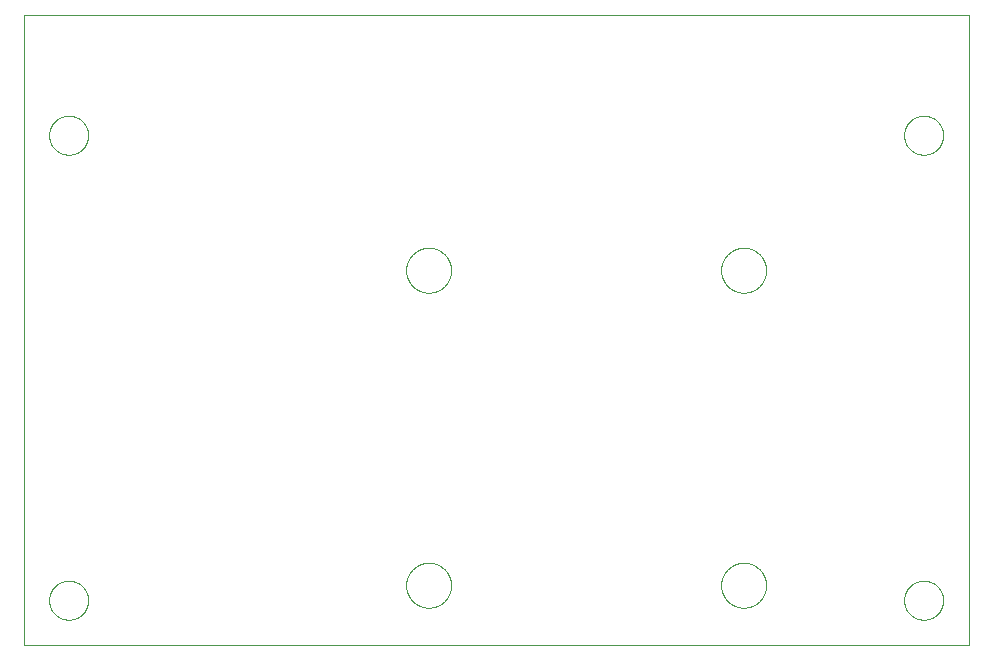
<source format=gbo>
G75*
%MOIN*%
%OFA0B0*%
%FSLAX25Y25*%
%IPPOS*%
%LPD*%
%AMOC8*
5,1,8,0,0,1.08239X$1,22.5*
%
%ADD10C,0.00000*%
D10*
X0003333Y0040000D02*
X0003333Y0250000D01*
X0318333Y0250000D01*
X0318333Y0040000D01*
X0003333Y0040000D01*
X0011833Y0055000D02*
X0011835Y0055161D01*
X0011841Y0055321D01*
X0011851Y0055482D01*
X0011865Y0055642D01*
X0011883Y0055802D01*
X0011904Y0055961D01*
X0011930Y0056120D01*
X0011960Y0056278D01*
X0011993Y0056435D01*
X0012031Y0056592D01*
X0012072Y0056747D01*
X0012117Y0056901D01*
X0012166Y0057054D01*
X0012219Y0057206D01*
X0012275Y0057357D01*
X0012336Y0057506D01*
X0012399Y0057654D01*
X0012467Y0057800D01*
X0012538Y0057944D01*
X0012612Y0058086D01*
X0012690Y0058227D01*
X0012772Y0058365D01*
X0012857Y0058502D01*
X0012945Y0058636D01*
X0013037Y0058768D01*
X0013132Y0058898D01*
X0013230Y0059026D01*
X0013331Y0059151D01*
X0013435Y0059273D01*
X0013542Y0059393D01*
X0013652Y0059510D01*
X0013765Y0059625D01*
X0013881Y0059736D01*
X0014000Y0059845D01*
X0014121Y0059950D01*
X0014245Y0060053D01*
X0014371Y0060153D01*
X0014499Y0060249D01*
X0014630Y0060342D01*
X0014764Y0060432D01*
X0014899Y0060519D01*
X0015037Y0060602D01*
X0015176Y0060682D01*
X0015318Y0060758D01*
X0015461Y0060831D01*
X0015606Y0060900D01*
X0015753Y0060966D01*
X0015901Y0061028D01*
X0016051Y0061086D01*
X0016202Y0061141D01*
X0016355Y0061192D01*
X0016509Y0061239D01*
X0016664Y0061282D01*
X0016820Y0061321D01*
X0016976Y0061357D01*
X0017134Y0061388D01*
X0017292Y0061416D01*
X0017451Y0061440D01*
X0017611Y0061460D01*
X0017771Y0061476D01*
X0017931Y0061488D01*
X0018092Y0061496D01*
X0018253Y0061500D01*
X0018413Y0061500D01*
X0018574Y0061496D01*
X0018735Y0061488D01*
X0018895Y0061476D01*
X0019055Y0061460D01*
X0019215Y0061440D01*
X0019374Y0061416D01*
X0019532Y0061388D01*
X0019690Y0061357D01*
X0019846Y0061321D01*
X0020002Y0061282D01*
X0020157Y0061239D01*
X0020311Y0061192D01*
X0020464Y0061141D01*
X0020615Y0061086D01*
X0020765Y0061028D01*
X0020913Y0060966D01*
X0021060Y0060900D01*
X0021205Y0060831D01*
X0021348Y0060758D01*
X0021490Y0060682D01*
X0021629Y0060602D01*
X0021767Y0060519D01*
X0021902Y0060432D01*
X0022036Y0060342D01*
X0022167Y0060249D01*
X0022295Y0060153D01*
X0022421Y0060053D01*
X0022545Y0059950D01*
X0022666Y0059845D01*
X0022785Y0059736D01*
X0022901Y0059625D01*
X0023014Y0059510D01*
X0023124Y0059393D01*
X0023231Y0059273D01*
X0023335Y0059151D01*
X0023436Y0059026D01*
X0023534Y0058898D01*
X0023629Y0058768D01*
X0023721Y0058636D01*
X0023809Y0058502D01*
X0023894Y0058365D01*
X0023976Y0058227D01*
X0024054Y0058086D01*
X0024128Y0057944D01*
X0024199Y0057800D01*
X0024267Y0057654D01*
X0024330Y0057506D01*
X0024391Y0057357D01*
X0024447Y0057206D01*
X0024500Y0057054D01*
X0024549Y0056901D01*
X0024594Y0056747D01*
X0024635Y0056592D01*
X0024673Y0056435D01*
X0024706Y0056278D01*
X0024736Y0056120D01*
X0024762Y0055961D01*
X0024783Y0055802D01*
X0024801Y0055642D01*
X0024815Y0055482D01*
X0024825Y0055321D01*
X0024831Y0055161D01*
X0024833Y0055000D01*
X0024831Y0054839D01*
X0024825Y0054679D01*
X0024815Y0054518D01*
X0024801Y0054358D01*
X0024783Y0054198D01*
X0024762Y0054039D01*
X0024736Y0053880D01*
X0024706Y0053722D01*
X0024673Y0053565D01*
X0024635Y0053408D01*
X0024594Y0053253D01*
X0024549Y0053099D01*
X0024500Y0052946D01*
X0024447Y0052794D01*
X0024391Y0052643D01*
X0024330Y0052494D01*
X0024267Y0052346D01*
X0024199Y0052200D01*
X0024128Y0052056D01*
X0024054Y0051914D01*
X0023976Y0051773D01*
X0023894Y0051635D01*
X0023809Y0051498D01*
X0023721Y0051364D01*
X0023629Y0051232D01*
X0023534Y0051102D01*
X0023436Y0050974D01*
X0023335Y0050849D01*
X0023231Y0050727D01*
X0023124Y0050607D01*
X0023014Y0050490D01*
X0022901Y0050375D01*
X0022785Y0050264D01*
X0022666Y0050155D01*
X0022545Y0050050D01*
X0022421Y0049947D01*
X0022295Y0049847D01*
X0022167Y0049751D01*
X0022036Y0049658D01*
X0021902Y0049568D01*
X0021767Y0049481D01*
X0021629Y0049398D01*
X0021490Y0049318D01*
X0021348Y0049242D01*
X0021205Y0049169D01*
X0021060Y0049100D01*
X0020913Y0049034D01*
X0020765Y0048972D01*
X0020615Y0048914D01*
X0020464Y0048859D01*
X0020311Y0048808D01*
X0020157Y0048761D01*
X0020002Y0048718D01*
X0019846Y0048679D01*
X0019690Y0048643D01*
X0019532Y0048612D01*
X0019374Y0048584D01*
X0019215Y0048560D01*
X0019055Y0048540D01*
X0018895Y0048524D01*
X0018735Y0048512D01*
X0018574Y0048504D01*
X0018413Y0048500D01*
X0018253Y0048500D01*
X0018092Y0048504D01*
X0017931Y0048512D01*
X0017771Y0048524D01*
X0017611Y0048540D01*
X0017451Y0048560D01*
X0017292Y0048584D01*
X0017134Y0048612D01*
X0016976Y0048643D01*
X0016820Y0048679D01*
X0016664Y0048718D01*
X0016509Y0048761D01*
X0016355Y0048808D01*
X0016202Y0048859D01*
X0016051Y0048914D01*
X0015901Y0048972D01*
X0015753Y0049034D01*
X0015606Y0049100D01*
X0015461Y0049169D01*
X0015318Y0049242D01*
X0015176Y0049318D01*
X0015037Y0049398D01*
X0014899Y0049481D01*
X0014764Y0049568D01*
X0014630Y0049658D01*
X0014499Y0049751D01*
X0014371Y0049847D01*
X0014245Y0049947D01*
X0014121Y0050050D01*
X0014000Y0050155D01*
X0013881Y0050264D01*
X0013765Y0050375D01*
X0013652Y0050490D01*
X0013542Y0050607D01*
X0013435Y0050727D01*
X0013331Y0050849D01*
X0013230Y0050974D01*
X0013132Y0051102D01*
X0013037Y0051232D01*
X0012945Y0051364D01*
X0012857Y0051498D01*
X0012772Y0051635D01*
X0012690Y0051773D01*
X0012612Y0051914D01*
X0012538Y0052056D01*
X0012467Y0052200D01*
X0012399Y0052346D01*
X0012336Y0052494D01*
X0012275Y0052643D01*
X0012219Y0052794D01*
X0012166Y0052946D01*
X0012117Y0053099D01*
X0012072Y0053253D01*
X0012031Y0053408D01*
X0011993Y0053565D01*
X0011960Y0053722D01*
X0011930Y0053880D01*
X0011904Y0054039D01*
X0011883Y0054198D01*
X0011865Y0054358D01*
X0011851Y0054518D01*
X0011841Y0054679D01*
X0011835Y0054839D01*
X0011833Y0055000D01*
X0130833Y0060000D02*
X0130835Y0060184D01*
X0130842Y0060368D01*
X0130853Y0060552D01*
X0130869Y0060735D01*
X0130889Y0060918D01*
X0130914Y0061100D01*
X0130943Y0061282D01*
X0130977Y0061463D01*
X0131015Y0061643D01*
X0131058Y0061822D01*
X0131105Y0062000D01*
X0131156Y0062177D01*
X0131212Y0062353D01*
X0131271Y0062527D01*
X0131336Y0062699D01*
X0131404Y0062870D01*
X0131476Y0063039D01*
X0131553Y0063207D01*
X0131634Y0063372D01*
X0131719Y0063535D01*
X0131807Y0063697D01*
X0131900Y0063856D01*
X0131997Y0064012D01*
X0132097Y0064167D01*
X0132201Y0064319D01*
X0132309Y0064468D01*
X0132420Y0064614D01*
X0132535Y0064758D01*
X0132654Y0064899D01*
X0132776Y0065037D01*
X0132901Y0065172D01*
X0133030Y0065303D01*
X0133161Y0065432D01*
X0133296Y0065557D01*
X0133434Y0065679D01*
X0133575Y0065798D01*
X0133719Y0065913D01*
X0133865Y0066024D01*
X0134014Y0066132D01*
X0134166Y0066236D01*
X0134321Y0066336D01*
X0134477Y0066433D01*
X0134636Y0066526D01*
X0134798Y0066614D01*
X0134961Y0066699D01*
X0135126Y0066780D01*
X0135294Y0066857D01*
X0135463Y0066929D01*
X0135634Y0066997D01*
X0135806Y0067062D01*
X0135980Y0067121D01*
X0136156Y0067177D01*
X0136333Y0067228D01*
X0136511Y0067275D01*
X0136690Y0067318D01*
X0136870Y0067356D01*
X0137051Y0067390D01*
X0137233Y0067419D01*
X0137415Y0067444D01*
X0137598Y0067464D01*
X0137781Y0067480D01*
X0137965Y0067491D01*
X0138149Y0067498D01*
X0138333Y0067500D01*
X0138517Y0067498D01*
X0138701Y0067491D01*
X0138885Y0067480D01*
X0139068Y0067464D01*
X0139251Y0067444D01*
X0139433Y0067419D01*
X0139615Y0067390D01*
X0139796Y0067356D01*
X0139976Y0067318D01*
X0140155Y0067275D01*
X0140333Y0067228D01*
X0140510Y0067177D01*
X0140686Y0067121D01*
X0140860Y0067062D01*
X0141032Y0066997D01*
X0141203Y0066929D01*
X0141372Y0066857D01*
X0141540Y0066780D01*
X0141705Y0066699D01*
X0141868Y0066614D01*
X0142030Y0066526D01*
X0142189Y0066433D01*
X0142345Y0066336D01*
X0142500Y0066236D01*
X0142652Y0066132D01*
X0142801Y0066024D01*
X0142947Y0065913D01*
X0143091Y0065798D01*
X0143232Y0065679D01*
X0143370Y0065557D01*
X0143505Y0065432D01*
X0143636Y0065303D01*
X0143765Y0065172D01*
X0143890Y0065037D01*
X0144012Y0064899D01*
X0144131Y0064758D01*
X0144246Y0064614D01*
X0144357Y0064468D01*
X0144465Y0064319D01*
X0144569Y0064167D01*
X0144669Y0064012D01*
X0144766Y0063856D01*
X0144859Y0063697D01*
X0144947Y0063535D01*
X0145032Y0063372D01*
X0145113Y0063207D01*
X0145190Y0063039D01*
X0145262Y0062870D01*
X0145330Y0062699D01*
X0145395Y0062527D01*
X0145454Y0062353D01*
X0145510Y0062177D01*
X0145561Y0062000D01*
X0145608Y0061822D01*
X0145651Y0061643D01*
X0145689Y0061463D01*
X0145723Y0061282D01*
X0145752Y0061100D01*
X0145777Y0060918D01*
X0145797Y0060735D01*
X0145813Y0060552D01*
X0145824Y0060368D01*
X0145831Y0060184D01*
X0145833Y0060000D01*
X0145831Y0059816D01*
X0145824Y0059632D01*
X0145813Y0059448D01*
X0145797Y0059265D01*
X0145777Y0059082D01*
X0145752Y0058900D01*
X0145723Y0058718D01*
X0145689Y0058537D01*
X0145651Y0058357D01*
X0145608Y0058178D01*
X0145561Y0058000D01*
X0145510Y0057823D01*
X0145454Y0057647D01*
X0145395Y0057473D01*
X0145330Y0057301D01*
X0145262Y0057130D01*
X0145190Y0056961D01*
X0145113Y0056793D01*
X0145032Y0056628D01*
X0144947Y0056465D01*
X0144859Y0056303D01*
X0144766Y0056144D01*
X0144669Y0055988D01*
X0144569Y0055833D01*
X0144465Y0055681D01*
X0144357Y0055532D01*
X0144246Y0055386D01*
X0144131Y0055242D01*
X0144012Y0055101D01*
X0143890Y0054963D01*
X0143765Y0054828D01*
X0143636Y0054697D01*
X0143505Y0054568D01*
X0143370Y0054443D01*
X0143232Y0054321D01*
X0143091Y0054202D01*
X0142947Y0054087D01*
X0142801Y0053976D01*
X0142652Y0053868D01*
X0142500Y0053764D01*
X0142345Y0053664D01*
X0142189Y0053567D01*
X0142030Y0053474D01*
X0141868Y0053386D01*
X0141705Y0053301D01*
X0141540Y0053220D01*
X0141372Y0053143D01*
X0141203Y0053071D01*
X0141032Y0053003D01*
X0140860Y0052938D01*
X0140686Y0052879D01*
X0140510Y0052823D01*
X0140333Y0052772D01*
X0140155Y0052725D01*
X0139976Y0052682D01*
X0139796Y0052644D01*
X0139615Y0052610D01*
X0139433Y0052581D01*
X0139251Y0052556D01*
X0139068Y0052536D01*
X0138885Y0052520D01*
X0138701Y0052509D01*
X0138517Y0052502D01*
X0138333Y0052500D01*
X0138149Y0052502D01*
X0137965Y0052509D01*
X0137781Y0052520D01*
X0137598Y0052536D01*
X0137415Y0052556D01*
X0137233Y0052581D01*
X0137051Y0052610D01*
X0136870Y0052644D01*
X0136690Y0052682D01*
X0136511Y0052725D01*
X0136333Y0052772D01*
X0136156Y0052823D01*
X0135980Y0052879D01*
X0135806Y0052938D01*
X0135634Y0053003D01*
X0135463Y0053071D01*
X0135294Y0053143D01*
X0135126Y0053220D01*
X0134961Y0053301D01*
X0134798Y0053386D01*
X0134636Y0053474D01*
X0134477Y0053567D01*
X0134321Y0053664D01*
X0134166Y0053764D01*
X0134014Y0053868D01*
X0133865Y0053976D01*
X0133719Y0054087D01*
X0133575Y0054202D01*
X0133434Y0054321D01*
X0133296Y0054443D01*
X0133161Y0054568D01*
X0133030Y0054697D01*
X0132901Y0054828D01*
X0132776Y0054963D01*
X0132654Y0055101D01*
X0132535Y0055242D01*
X0132420Y0055386D01*
X0132309Y0055532D01*
X0132201Y0055681D01*
X0132097Y0055833D01*
X0131997Y0055988D01*
X0131900Y0056144D01*
X0131807Y0056303D01*
X0131719Y0056465D01*
X0131634Y0056628D01*
X0131553Y0056793D01*
X0131476Y0056961D01*
X0131404Y0057130D01*
X0131336Y0057301D01*
X0131271Y0057473D01*
X0131212Y0057647D01*
X0131156Y0057823D01*
X0131105Y0058000D01*
X0131058Y0058178D01*
X0131015Y0058357D01*
X0130977Y0058537D01*
X0130943Y0058718D01*
X0130914Y0058900D01*
X0130889Y0059082D01*
X0130869Y0059265D01*
X0130853Y0059448D01*
X0130842Y0059632D01*
X0130835Y0059816D01*
X0130833Y0060000D01*
X0235833Y0060000D02*
X0235835Y0060184D01*
X0235842Y0060368D01*
X0235853Y0060552D01*
X0235869Y0060735D01*
X0235889Y0060918D01*
X0235914Y0061100D01*
X0235943Y0061282D01*
X0235977Y0061463D01*
X0236015Y0061643D01*
X0236058Y0061822D01*
X0236105Y0062000D01*
X0236156Y0062177D01*
X0236212Y0062353D01*
X0236271Y0062527D01*
X0236336Y0062699D01*
X0236404Y0062870D01*
X0236476Y0063039D01*
X0236553Y0063207D01*
X0236634Y0063372D01*
X0236719Y0063535D01*
X0236807Y0063697D01*
X0236900Y0063856D01*
X0236997Y0064012D01*
X0237097Y0064167D01*
X0237201Y0064319D01*
X0237309Y0064468D01*
X0237420Y0064614D01*
X0237535Y0064758D01*
X0237654Y0064899D01*
X0237776Y0065037D01*
X0237901Y0065172D01*
X0238030Y0065303D01*
X0238161Y0065432D01*
X0238296Y0065557D01*
X0238434Y0065679D01*
X0238575Y0065798D01*
X0238719Y0065913D01*
X0238865Y0066024D01*
X0239014Y0066132D01*
X0239166Y0066236D01*
X0239321Y0066336D01*
X0239477Y0066433D01*
X0239636Y0066526D01*
X0239798Y0066614D01*
X0239961Y0066699D01*
X0240126Y0066780D01*
X0240294Y0066857D01*
X0240463Y0066929D01*
X0240634Y0066997D01*
X0240806Y0067062D01*
X0240980Y0067121D01*
X0241156Y0067177D01*
X0241333Y0067228D01*
X0241511Y0067275D01*
X0241690Y0067318D01*
X0241870Y0067356D01*
X0242051Y0067390D01*
X0242233Y0067419D01*
X0242415Y0067444D01*
X0242598Y0067464D01*
X0242781Y0067480D01*
X0242965Y0067491D01*
X0243149Y0067498D01*
X0243333Y0067500D01*
X0243517Y0067498D01*
X0243701Y0067491D01*
X0243885Y0067480D01*
X0244068Y0067464D01*
X0244251Y0067444D01*
X0244433Y0067419D01*
X0244615Y0067390D01*
X0244796Y0067356D01*
X0244976Y0067318D01*
X0245155Y0067275D01*
X0245333Y0067228D01*
X0245510Y0067177D01*
X0245686Y0067121D01*
X0245860Y0067062D01*
X0246032Y0066997D01*
X0246203Y0066929D01*
X0246372Y0066857D01*
X0246540Y0066780D01*
X0246705Y0066699D01*
X0246868Y0066614D01*
X0247030Y0066526D01*
X0247189Y0066433D01*
X0247345Y0066336D01*
X0247500Y0066236D01*
X0247652Y0066132D01*
X0247801Y0066024D01*
X0247947Y0065913D01*
X0248091Y0065798D01*
X0248232Y0065679D01*
X0248370Y0065557D01*
X0248505Y0065432D01*
X0248636Y0065303D01*
X0248765Y0065172D01*
X0248890Y0065037D01*
X0249012Y0064899D01*
X0249131Y0064758D01*
X0249246Y0064614D01*
X0249357Y0064468D01*
X0249465Y0064319D01*
X0249569Y0064167D01*
X0249669Y0064012D01*
X0249766Y0063856D01*
X0249859Y0063697D01*
X0249947Y0063535D01*
X0250032Y0063372D01*
X0250113Y0063207D01*
X0250190Y0063039D01*
X0250262Y0062870D01*
X0250330Y0062699D01*
X0250395Y0062527D01*
X0250454Y0062353D01*
X0250510Y0062177D01*
X0250561Y0062000D01*
X0250608Y0061822D01*
X0250651Y0061643D01*
X0250689Y0061463D01*
X0250723Y0061282D01*
X0250752Y0061100D01*
X0250777Y0060918D01*
X0250797Y0060735D01*
X0250813Y0060552D01*
X0250824Y0060368D01*
X0250831Y0060184D01*
X0250833Y0060000D01*
X0250831Y0059816D01*
X0250824Y0059632D01*
X0250813Y0059448D01*
X0250797Y0059265D01*
X0250777Y0059082D01*
X0250752Y0058900D01*
X0250723Y0058718D01*
X0250689Y0058537D01*
X0250651Y0058357D01*
X0250608Y0058178D01*
X0250561Y0058000D01*
X0250510Y0057823D01*
X0250454Y0057647D01*
X0250395Y0057473D01*
X0250330Y0057301D01*
X0250262Y0057130D01*
X0250190Y0056961D01*
X0250113Y0056793D01*
X0250032Y0056628D01*
X0249947Y0056465D01*
X0249859Y0056303D01*
X0249766Y0056144D01*
X0249669Y0055988D01*
X0249569Y0055833D01*
X0249465Y0055681D01*
X0249357Y0055532D01*
X0249246Y0055386D01*
X0249131Y0055242D01*
X0249012Y0055101D01*
X0248890Y0054963D01*
X0248765Y0054828D01*
X0248636Y0054697D01*
X0248505Y0054568D01*
X0248370Y0054443D01*
X0248232Y0054321D01*
X0248091Y0054202D01*
X0247947Y0054087D01*
X0247801Y0053976D01*
X0247652Y0053868D01*
X0247500Y0053764D01*
X0247345Y0053664D01*
X0247189Y0053567D01*
X0247030Y0053474D01*
X0246868Y0053386D01*
X0246705Y0053301D01*
X0246540Y0053220D01*
X0246372Y0053143D01*
X0246203Y0053071D01*
X0246032Y0053003D01*
X0245860Y0052938D01*
X0245686Y0052879D01*
X0245510Y0052823D01*
X0245333Y0052772D01*
X0245155Y0052725D01*
X0244976Y0052682D01*
X0244796Y0052644D01*
X0244615Y0052610D01*
X0244433Y0052581D01*
X0244251Y0052556D01*
X0244068Y0052536D01*
X0243885Y0052520D01*
X0243701Y0052509D01*
X0243517Y0052502D01*
X0243333Y0052500D01*
X0243149Y0052502D01*
X0242965Y0052509D01*
X0242781Y0052520D01*
X0242598Y0052536D01*
X0242415Y0052556D01*
X0242233Y0052581D01*
X0242051Y0052610D01*
X0241870Y0052644D01*
X0241690Y0052682D01*
X0241511Y0052725D01*
X0241333Y0052772D01*
X0241156Y0052823D01*
X0240980Y0052879D01*
X0240806Y0052938D01*
X0240634Y0053003D01*
X0240463Y0053071D01*
X0240294Y0053143D01*
X0240126Y0053220D01*
X0239961Y0053301D01*
X0239798Y0053386D01*
X0239636Y0053474D01*
X0239477Y0053567D01*
X0239321Y0053664D01*
X0239166Y0053764D01*
X0239014Y0053868D01*
X0238865Y0053976D01*
X0238719Y0054087D01*
X0238575Y0054202D01*
X0238434Y0054321D01*
X0238296Y0054443D01*
X0238161Y0054568D01*
X0238030Y0054697D01*
X0237901Y0054828D01*
X0237776Y0054963D01*
X0237654Y0055101D01*
X0237535Y0055242D01*
X0237420Y0055386D01*
X0237309Y0055532D01*
X0237201Y0055681D01*
X0237097Y0055833D01*
X0236997Y0055988D01*
X0236900Y0056144D01*
X0236807Y0056303D01*
X0236719Y0056465D01*
X0236634Y0056628D01*
X0236553Y0056793D01*
X0236476Y0056961D01*
X0236404Y0057130D01*
X0236336Y0057301D01*
X0236271Y0057473D01*
X0236212Y0057647D01*
X0236156Y0057823D01*
X0236105Y0058000D01*
X0236058Y0058178D01*
X0236015Y0058357D01*
X0235977Y0058537D01*
X0235943Y0058718D01*
X0235914Y0058900D01*
X0235889Y0059082D01*
X0235869Y0059265D01*
X0235853Y0059448D01*
X0235842Y0059632D01*
X0235835Y0059816D01*
X0235833Y0060000D01*
X0296833Y0055000D02*
X0296835Y0055161D01*
X0296841Y0055321D01*
X0296851Y0055482D01*
X0296865Y0055642D01*
X0296883Y0055802D01*
X0296904Y0055961D01*
X0296930Y0056120D01*
X0296960Y0056278D01*
X0296993Y0056435D01*
X0297031Y0056592D01*
X0297072Y0056747D01*
X0297117Y0056901D01*
X0297166Y0057054D01*
X0297219Y0057206D01*
X0297275Y0057357D01*
X0297336Y0057506D01*
X0297399Y0057654D01*
X0297467Y0057800D01*
X0297538Y0057944D01*
X0297612Y0058086D01*
X0297690Y0058227D01*
X0297772Y0058365D01*
X0297857Y0058502D01*
X0297945Y0058636D01*
X0298037Y0058768D01*
X0298132Y0058898D01*
X0298230Y0059026D01*
X0298331Y0059151D01*
X0298435Y0059273D01*
X0298542Y0059393D01*
X0298652Y0059510D01*
X0298765Y0059625D01*
X0298881Y0059736D01*
X0299000Y0059845D01*
X0299121Y0059950D01*
X0299245Y0060053D01*
X0299371Y0060153D01*
X0299499Y0060249D01*
X0299630Y0060342D01*
X0299764Y0060432D01*
X0299899Y0060519D01*
X0300037Y0060602D01*
X0300176Y0060682D01*
X0300318Y0060758D01*
X0300461Y0060831D01*
X0300606Y0060900D01*
X0300753Y0060966D01*
X0300901Y0061028D01*
X0301051Y0061086D01*
X0301202Y0061141D01*
X0301355Y0061192D01*
X0301509Y0061239D01*
X0301664Y0061282D01*
X0301820Y0061321D01*
X0301976Y0061357D01*
X0302134Y0061388D01*
X0302292Y0061416D01*
X0302451Y0061440D01*
X0302611Y0061460D01*
X0302771Y0061476D01*
X0302931Y0061488D01*
X0303092Y0061496D01*
X0303253Y0061500D01*
X0303413Y0061500D01*
X0303574Y0061496D01*
X0303735Y0061488D01*
X0303895Y0061476D01*
X0304055Y0061460D01*
X0304215Y0061440D01*
X0304374Y0061416D01*
X0304532Y0061388D01*
X0304690Y0061357D01*
X0304846Y0061321D01*
X0305002Y0061282D01*
X0305157Y0061239D01*
X0305311Y0061192D01*
X0305464Y0061141D01*
X0305615Y0061086D01*
X0305765Y0061028D01*
X0305913Y0060966D01*
X0306060Y0060900D01*
X0306205Y0060831D01*
X0306348Y0060758D01*
X0306490Y0060682D01*
X0306629Y0060602D01*
X0306767Y0060519D01*
X0306902Y0060432D01*
X0307036Y0060342D01*
X0307167Y0060249D01*
X0307295Y0060153D01*
X0307421Y0060053D01*
X0307545Y0059950D01*
X0307666Y0059845D01*
X0307785Y0059736D01*
X0307901Y0059625D01*
X0308014Y0059510D01*
X0308124Y0059393D01*
X0308231Y0059273D01*
X0308335Y0059151D01*
X0308436Y0059026D01*
X0308534Y0058898D01*
X0308629Y0058768D01*
X0308721Y0058636D01*
X0308809Y0058502D01*
X0308894Y0058365D01*
X0308976Y0058227D01*
X0309054Y0058086D01*
X0309128Y0057944D01*
X0309199Y0057800D01*
X0309267Y0057654D01*
X0309330Y0057506D01*
X0309391Y0057357D01*
X0309447Y0057206D01*
X0309500Y0057054D01*
X0309549Y0056901D01*
X0309594Y0056747D01*
X0309635Y0056592D01*
X0309673Y0056435D01*
X0309706Y0056278D01*
X0309736Y0056120D01*
X0309762Y0055961D01*
X0309783Y0055802D01*
X0309801Y0055642D01*
X0309815Y0055482D01*
X0309825Y0055321D01*
X0309831Y0055161D01*
X0309833Y0055000D01*
X0309831Y0054839D01*
X0309825Y0054679D01*
X0309815Y0054518D01*
X0309801Y0054358D01*
X0309783Y0054198D01*
X0309762Y0054039D01*
X0309736Y0053880D01*
X0309706Y0053722D01*
X0309673Y0053565D01*
X0309635Y0053408D01*
X0309594Y0053253D01*
X0309549Y0053099D01*
X0309500Y0052946D01*
X0309447Y0052794D01*
X0309391Y0052643D01*
X0309330Y0052494D01*
X0309267Y0052346D01*
X0309199Y0052200D01*
X0309128Y0052056D01*
X0309054Y0051914D01*
X0308976Y0051773D01*
X0308894Y0051635D01*
X0308809Y0051498D01*
X0308721Y0051364D01*
X0308629Y0051232D01*
X0308534Y0051102D01*
X0308436Y0050974D01*
X0308335Y0050849D01*
X0308231Y0050727D01*
X0308124Y0050607D01*
X0308014Y0050490D01*
X0307901Y0050375D01*
X0307785Y0050264D01*
X0307666Y0050155D01*
X0307545Y0050050D01*
X0307421Y0049947D01*
X0307295Y0049847D01*
X0307167Y0049751D01*
X0307036Y0049658D01*
X0306902Y0049568D01*
X0306767Y0049481D01*
X0306629Y0049398D01*
X0306490Y0049318D01*
X0306348Y0049242D01*
X0306205Y0049169D01*
X0306060Y0049100D01*
X0305913Y0049034D01*
X0305765Y0048972D01*
X0305615Y0048914D01*
X0305464Y0048859D01*
X0305311Y0048808D01*
X0305157Y0048761D01*
X0305002Y0048718D01*
X0304846Y0048679D01*
X0304690Y0048643D01*
X0304532Y0048612D01*
X0304374Y0048584D01*
X0304215Y0048560D01*
X0304055Y0048540D01*
X0303895Y0048524D01*
X0303735Y0048512D01*
X0303574Y0048504D01*
X0303413Y0048500D01*
X0303253Y0048500D01*
X0303092Y0048504D01*
X0302931Y0048512D01*
X0302771Y0048524D01*
X0302611Y0048540D01*
X0302451Y0048560D01*
X0302292Y0048584D01*
X0302134Y0048612D01*
X0301976Y0048643D01*
X0301820Y0048679D01*
X0301664Y0048718D01*
X0301509Y0048761D01*
X0301355Y0048808D01*
X0301202Y0048859D01*
X0301051Y0048914D01*
X0300901Y0048972D01*
X0300753Y0049034D01*
X0300606Y0049100D01*
X0300461Y0049169D01*
X0300318Y0049242D01*
X0300176Y0049318D01*
X0300037Y0049398D01*
X0299899Y0049481D01*
X0299764Y0049568D01*
X0299630Y0049658D01*
X0299499Y0049751D01*
X0299371Y0049847D01*
X0299245Y0049947D01*
X0299121Y0050050D01*
X0299000Y0050155D01*
X0298881Y0050264D01*
X0298765Y0050375D01*
X0298652Y0050490D01*
X0298542Y0050607D01*
X0298435Y0050727D01*
X0298331Y0050849D01*
X0298230Y0050974D01*
X0298132Y0051102D01*
X0298037Y0051232D01*
X0297945Y0051364D01*
X0297857Y0051498D01*
X0297772Y0051635D01*
X0297690Y0051773D01*
X0297612Y0051914D01*
X0297538Y0052056D01*
X0297467Y0052200D01*
X0297399Y0052346D01*
X0297336Y0052494D01*
X0297275Y0052643D01*
X0297219Y0052794D01*
X0297166Y0052946D01*
X0297117Y0053099D01*
X0297072Y0053253D01*
X0297031Y0053408D01*
X0296993Y0053565D01*
X0296960Y0053722D01*
X0296930Y0053880D01*
X0296904Y0054039D01*
X0296883Y0054198D01*
X0296865Y0054358D01*
X0296851Y0054518D01*
X0296841Y0054679D01*
X0296835Y0054839D01*
X0296833Y0055000D01*
X0235833Y0165000D02*
X0235835Y0165184D01*
X0235842Y0165368D01*
X0235853Y0165552D01*
X0235869Y0165735D01*
X0235889Y0165918D01*
X0235914Y0166100D01*
X0235943Y0166282D01*
X0235977Y0166463D01*
X0236015Y0166643D01*
X0236058Y0166822D01*
X0236105Y0167000D01*
X0236156Y0167177D01*
X0236212Y0167353D01*
X0236271Y0167527D01*
X0236336Y0167699D01*
X0236404Y0167870D01*
X0236476Y0168039D01*
X0236553Y0168207D01*
X0236634Y0168372D01*
X0236719Y0168535D01*
X0236807Y0168697D01*
X0236900Y0168856D01*
X0236997Y0169012D01*
X0237097Y0169167D01*
X0237201Y0169319D01*
X0237309Y0169468D01*
X0237420Y0169614D01*
X0237535Y0169758D01*
X0237654Y0169899D01*
X0237776Y0170037D01*
X0237901Y0170172D01*
X0238030Y0170303D01*
X0238161Y0170432D01*
X0238296Y0170557D01*
X0238434Y0170679D01*
X0238575Y0170798D01*
X0238719Y0170913D01*
X0238865Y0171024D01*
X0239014Y0171132D01*
X0239166Y0171236D01*
X0239321Y0171336D01*
X0239477Y0171433D01*
X0239636Y0171526D01*
X0239798Y0171614D01*
X0239961Y0171699D01*
X0240126Y0171780D01*
X0240294Y0171857D01*
X0240463Y0171929D01*
X0240634Y0171997D01*
X0240806Y0172062D01*
X0240980Y0172121D01*
X0241156Y0172177D01*
X0241333Y0172228D01*
X0241511Y0172275D01*
X0241690Y0172318D01*
X0241870Y0172356D01*
X0242051Y0172390D01*
X0242233Y0172419D01*
X0242415Y0172444D01*
X0242598Y0172464D01*
X0242781Y0172480D01*
X0242965Y0172491D01*
X0243149Y0172498D01*
X0243333Y0172500D01*
X0243517Y0172498D01*
X0243701Y0172491D01*
X0243885Y0172480D01*
X0244068Y0172464D01*
X0244251Y0172444D01*
X0244433Y0172419D01*
X0244615Y0172390D01*
X0244796Y0172356D01*
X0244976Y0172318D01*
X0245155Y0172275D01*
X0245333Y0172228D01*
X0245510Y0172177D01*
X0245686Y0172121D01*
X0245860Y0172062D01*
X0246032Y0171997D01*
X0246203Y0171929D01*
X0246372Y0171857D01*
X0246540Y0171780D01*
X0246705Y0171699D01*
X0246868Y0171614D01*
X0247030Y0171526D01*
X0247189Y0171433D01*
X0247345Y0171336D01*
X0247500Y0171236D01*
X0247652Y0171132D01*
X0247801Y0171024D01*
X0247947Y0170913D01*
X0248091Y0170798D01*
X0248232Y0170679D01*
X0248370Y0170557D01*
X0248505Y0170432D01*
X0248636Y0170303D01*
X0248765Y0170172D01*
X0248890Y0170037D01*
X0249012Y0169899D01*
X0249131Y0169758D01*
X0249246Y0169614D01*
X0249357Y0169468D01*
X0249465Y0169319D01*
X0249569Y0169167D01*
X0249669Y0169012D01*
X0249766Y0168856D01*
X0249859Y0168697D01*
X0249947Y0168535D01*
X0250032Y0168372D01*
X0250113Y0168207D01*
X0250190Y0168039D01*
X0250262Y0167870D01*
X0250330Y0167699D01*
X0250395Y0167527D01*
X0250454Y0167353D01*
X0250510Y0167177D01*
X0250561Y0167000D01*
X0250608Y0166822D01*
X0250651Y0166643D01*
X0250689Y0166463D01*
X0250723Y0166282D01*
X0250752Y0166100D01*
X0250777Y0165918D01*
X0250797Y0165735D01*
X0250813Y0165552D01*
X0250824Y0165368D01*
X0250831Y0165184D01*
X0250833Y0165000D01*
X0250831Y0164816D01*
X0250824Y0164632D01*
X0250813Y0164448D01*
X0250797Y0164265D01*
X0250777Y0164082D01*
X0250752Y0163900D01*
X0250723Y0163718D01*
X0250689Y0163537D01*
X0250651Y0163357D01*
X0250608Y0163178D01*
X0250561Y0163000D01*
X0250510Y0162823D01*
X0250454Y0162647D01*
X0250395Y0162473D01*
X0250330Y0162301D01*
X0250262Y0162130D01*
X0250190Y0161961D01*
X0250113Y0161793D01*
X0250032Y0161628D01*
X0249947Y0161465D01*
X0249859Y0161303D01*
X0249766Y0161144D01*
X0249669Y0160988D01*
X0249569Y0160833D01*
X0249465Y0160681D01*
X0249357Y0160532D01*
X0249246Y0160386D01*
X0249131Y0160242D01*
X0249012Y0160101D01*
X0248890Y0159963D01*
X0248765Y0159828D01*
X0248636Y0159697D01*
X0248505Y0159568D01*
X0248370Y0159443D01*
X0248232Y0159321D01*
X0248091Y0159202D01*
X0247947Y0159087D01*
X0247801Y0158976D01*
X0247652Y0158868D01*
X0247500Y0158764D01*
X0247345Y0158664D01*
X0247189Y0158567D01*
X0247030Y0158474D01*
X0246868Y0158386D01*
X0246705Y0158301D01*
X0246540Y0158220D01*
X0246372Y0158143D01*
X0246203Y0158071D01*
X0246032Y0158003D01*
X0245860Y0157938D01*
X0245686Y0157879D01*
X0245510Y0157823D01*
X0245333Y0157772D01*
X0245155Y0157725D01*
X0244976Y0157682D01*
X0244796Y0157644D01*
X0244615Y0157610D01*
X0244433Y0157581D01*
X0244251Y0157556D01*
X0244068Y0157536D01*
X0243885Y0157520D01*
X0243701Y0157509D01*
X0243517Y0157502D01*
X0243333Y0157500D01*
X0243149Y0157502D01*
X0242965Y0157509D01*
X0242781Y0157520D01*
X0242598Y0157536D01*
X0242415Y0157556D01*
X0242233Y0157581D01*
X0242051Y0157610D01*
X0241870Y0157644D01*
X0241690Y0157682D01*
X0241511Y0157725D01*
X0241333Y0157772D01*
X0241156Y0157823D01*
X0240980Y0157879D01*
X0240806Y0157938D01*
X0240634Y0158003D01*
X0240463Y0158071D01*
X0240294Y0158143D01*
X0240126Y0158220D01*
X0239961Y0158301D01*
X0239798Y0158386D01*
X0239636Y0158474D01*
X0239477Y0158567D01*
X0239321Y0158664D01*
X0239166Y0158764D01*
X0239014Y0158868D01*
X0238865Y0158976D01*
X0238719Y0159087D01*
X0238575Y0159202D01*
X0238434Y0159321D01*
X0238296Y0159443D01*
X0238161Y0159568D01*
X0238030Y0159697D01*
X0237901Y0159828D01*
X0237776Y0159963D01*
X0237654Y0160101D01*
X0237535Y0160242D01*
X0237420Y0160386D01*
X0237309Y0160532D01*
X0237201Y0160681D01*
X0237097Y0160833D01*
X0236997Y0160988D01*
X0236900Y0161144D01*
X0236807Y0161303D01*
X0236719Y0161465D01*
X0236634Y0161628D01*
X0236553Y0161793D01*
X0236476Y0161961D01*
X0236404Y0162130D01*
X0236336Y0162301D01*
X0236271Y0162473D01*
X0236212Y0162647D01*
X0236156Y0162823D01*
X0236105Y0163000D01*
X0236058Y0163178D01*
X0236015Y0163357D01*
X0235977Y0163537D01*
X0235943Y0163718D01*
X0235914Y0163900D01*
X0235889Y0164082D01*
X0235869Y0164265D01*
X0235853Y0164448D01*
X0235842Y0164632D01*
X0235835Y0164816D01*
X0235833Y0165000D01*
X0296833Y0210000D02*
X0296835Y0210161D01*
X0296841Y0210321D01*
X0296851Y0210482D01*
X0296865Y0210642D01*
X0296883Y0210802D01*
X0296904Y0210961D01*
X0296930Y0211120D01*
X0296960Y0211278D01*
X0296993Y0211435D01*
X0297031Y0211592D01*
X0297072Y0211747D01*
X0297117Y0211901D01*
X0297166Y0212054D01*
X0297219Y0212206D01*
X0297275Y0212357D01*
X0297336Y0212506D01*
X0297399Y0212654D01*
X0297467Y0212800D01*
X0297538Y0212944D01*
X0297612Y0213086D01*
X0297690Y0213227D01*
X0297772Y0213365D01*
X0297857Y0213502D01*
X0297945Y0213636D01*
X0298037Y0213768D01*
X0298132Y0213898D01*
X0298230Y0214026D01*
X0298331Y0214151D01*
X0298435Y0214273D01*
X0298542Y0214393D01*
X0298652Y0214510D01*
X0298765Y0214625D01*
X0298881Y0214736D01*
X0299000Y0214845D01*
X0299121Y0214950D01*
X0299245Y0215053D01*
X0299371Y0215153D01*
X0299499Y0215249D01*
X0299630Y0215342D01*
X0299764Y0215432D01*
X0299899Y0215519D01*
X0300037Y0215602D01*
X0300176Y0215682D01*
X0300318Y0215758D01*
X0300461Y0215831D01*
X0300606Y0215900D01*
X0300753Y0215966D01*
X0300901Y0216028D01*
X0301051Y0216086D01*
X0301202Y0216141D01*
X0301355Y0216192D01*
X0301509Y0216239D01*
X0301664Y0216282D01*
X0301820Y0216321D01*
X0301976Y0216357D01*
X0302134Y0216388D01*
X0302292Y0216416D01*
X0302451Y0216440D01*
X0302611Y0216460D01*
X0302771Y0216476D01*
X0302931Y0216488D01*
X0303092Y0216496D01*
X0303253Y0216500D01*
X0303413Y0216500D01*
X0303574Y0216496D01*
X0303735Y0216488D01*
X0303895Y0216476D01*
X0304055Y0216460D01*
X0304215Y0216440D01*
X0304374Y0216416D01*
X0304532Y0216388D01*
X0304690Y0216357D01*
X0304846Y0216321D01*
X0305002Y0216282D01*
X0305157Y0216239D01*
X0305311Y0216192D01*
X0305464Y0216141D01*
X0305615Y0216086D01*
X0305765Y0216028D01*
X0305913Y0215966D01*
X0306060Y0215900D01*
X0306205Y0215831D01*
X0306348Y0215758D01*
X0306490Y0215682D01*
X0306629Y0215602D01*
X0306767Y0215519D01*
X0306902Y0215432D01*
X0307036Y0215342D01*
X0307167Y0215249D01*
X0307295Y0215153D01*
X0307421Y0215053D01*
X0307545Y0214950D01*
X0307666Y0214845D01*
X0307785Y0214736D01*
X0307901Y0214625D01*
X0308014Y0214510D01*
X0308124Y0214393D01*
X0308231Y0214273D01*
X0308335Y0214151D01*
X0308436Y0214026D01*
X0308534Y0213898D01*
X0308629Y0213768D01*
X0308721Y0213636D01*
X0308809Y0213502D01*
X0308894Y0213365D01*
X0308976Y0213227D01*
X0309054Y0213086D01*
X0309128Y0212944D01*
X0309199Y0212800D01*
X0309267Y0212654D01*
X0309330Y0212506D01*
X0309391Y0212357D01*
X0309447Y0212206D01*
X0309500Y0212054D01*
X0309549Y0211901D01*
X0309594Y0211747D01*
X0309635Y0211592D01*
X0309673Y0211435D01*
X0309706Y0211278D01*
X0309736Y0211120D01*
X0309762Y0210961D01*
X0309783Y0210802D01*
X0309801Y0210642D01*
X0309815Y0210482D01*
X0309825Y0210321D01*
X0309831Y0210161D01*
X0309833Y0210000D01*
X0309831Y0209839D01*
X0309825Y0209679D01*
X0309815Y0209518D01*
X0309801Y0209358D01*
X0309783Y0209198D01*
X0309762Y0209039D01*
X0309736Y0208880D01*
X0309706Y0208722D01*
X0309673Y0208565D01*
X0309635Y0208408D01*
X0309594Y0208253D01*
X0309549Y0208099D01*
X0309500Y0207946D01*
X0309447Y0207794D01*
X0309391Y0207643D01*
X0309330Y0207494D01*
X0309267Y0207346D01*
X0309199Y0207200D01*
X0309128Y0207056D01*
X0309054Y0206914D01*
X0308976Y0206773D01*
X0308894Y0206635D01*
X0308809Y0206498D01*
X0308721Y0206364D01*
X0308629Y0206232D01*
X0308534Y0206102D01*
X0308436Y0205974D01*
X0308335Y0205849D01*
X0308231Y0205727D01*
X0308124Y0205607D01*
X0308014Y0205490D01*
X0307901Y0205375D01*
X0307785Y0205264D01*
X0307666Y0205155D01*
X0307545Y0205050D01*
X0307421Y0204947D01*
X0307295Y0204847D01*
X0307167Y0204751D01*
X0307036Y0204658D01*
X0306902Y0204568D01*
X0306767Y0204481D01*
X0306629Y0204398D01*
X0306490Y0204318D01*
X0306348Y0204242D01*
X0306205Y0204169D01*
X0306060Y0204100D01*
X0305913Y0204034D01*
X0305765Y0203972D01*
X0305615Y0203914D01*
X0305464Y0203859D01*
X0305311Y0203808D01*
X0305157Y0203761D01*
X0305002Y0203718D01*
X0304846Y0203679D01*
X0304690Y0203643D01*
X0304532Y0203612D01*
X0304374Y0203584D01*
X0304215Y0203560D01*
X0304055Y0203540D01*
X0303895Y0203524D01*
X0303735Y0203512D01*
X0303574Y0203504D01*
X0303413Y0203500D01*
X0303253Y0203500D01*
X0303092Y0203504D01*
X0302931Y0203512D01*
X0302771Y0203524D01*
X0302611Y0203540D01*
X0302451Y0203560D01*
X0302292Y0203584D01*
X0302134Y0203612D01*
X0301976Y0203643D01*
X0301820Y0203679D01*
X0301664Y0203718D01*
X0301509Y0203761D01*
X0301355Y0203808D01*
X0301202Y0203859D01*
X0301051Y0203914D01*
X0300901Y0203972D01*
X0300753Y0204034D01*
X0300606Y0204100D01*
X0300461Y0204169D01*
X0300318Y0204242D01*
X0300176Y0204318D01*
X0300037Y0204398D01*
X0299899Y0204481D01*
X0299764Y0204568D01*
X0299630Y0204658D01*
X0299499Y0204751D01*
X0299371Y0204847D01*
X0299245Y0204947D01*
X0299121Y0205050D01*
X0299000Y0205155D01*
X0298881Y0205264D01*
X0298765Y0205375D01*
X0298652Y0205490D01*
X0298542Y0205607D01*
X0298435Y0205727D01*
X0298331Y0205849D01*
X0298230Y0205974D01*
X0298132Y0206102D01*
X0298037Y0206232D01*
X0297945Y0206364D01*
X0297857Y0206498D01*
X0297772Y0206635D01*
X0297690Y0206773D01*
X0297612Y0206914D01*
X0297538Y0207056D01*
X0297467Y0207200D01*
X0297399Y0207346D01*
X0297336Y0207494D01*
X0297275Y0207643D01*
X0297219Y0207794D01*
X0297166Y0207946D01*
X0297117Y0208099D01*
X0297072Y0208253D01*
X0297031Y0208408D01*
X0296993Y0208565D01*
X0296960Y0208722D01*
X0296930Y0208880D01*
X0296904Y0209039D01*
X0296883Y0209198D01*
X0296865Y0209358D01*
X0296851Y0209518D01*
X0296841Y0209679D01*
X0296835Y0209839D01*
X0296833Y0210000D01*
X0130833Y0165000D02*
X0130835Y0165184D01*
X0130842Y0165368D01*
X0130853Y0165552D01*
X0130869Y0165735D01*
X0130889Y0165918D01*
X0130914Y0166100D01*
X0130943Y0166282D01*
X0130977Y0166463D01*
X0131015Y0166643D01*
X0131058Y0166822D01*
X0131105Y0167000D01*
X0131156Y0167177D01*
X0131212Y0167353D01*
X0131271Y0167527D01*
X0131336Y0167699D01*
X0131404Y0167870D01*
X0131476Y0168039D01*
X0131553Y0168207D01*
X0131634Y0168372D01*
X0131719Y0168535D01*
X0131807Y0168697D01*
X0131900Y0168856D01*
X0131997Y0169012D01*
X0132097Y0169167D01*
X0132201Y0169319D01*
X0132309Y0169468D01*
X0132420Y0169614D01*
X0132535Y0169758D01*
X0132654Y0169899D01*
X0132776Y0170037D01*
X0132901Y0170172D01*
X0133030Y0170303D01*
X0133161Y0170432D01*
X0133296Y0170557D01*
X0133434Y0170679D01*
X0133575Y0170798D01*
X0133719Y0170913D01*
X0133865Y0171024D01*
X0134014Y0171132D01*
X0134166Y0171236D01*
X0134321Y0171336D01*
X0134477Y0171433D01*
X0134636Y0171526D01*
X0134798Y0171614D01*
X0134961Y0171699D01*
X0135126Y0171780D01*
X0135294Y0171857D01*
X0135463Y0171929D01*
X0135634Y0171997D01*
X0135806Y0172062D01*
X0135980Y0172121D01*
X0136156Y0172177D01*
X0136333Y0172228D01*
X0136511Y0172275D01*
X0136690Y0172318D01*
X0136870Y0172356D01*
X0137051Y0172390D01*
X0137233Y0172419D01*
X0137415Y0172444D01*
X0137598Y0172464D01*
X0137781Y0172480D01*
X0137965Y0172491D01*
X0138149Y0172498D01*
X0138333Y0172500D01*
X0138517Y0172498D01*
X0138701Y0172491D01*
X0138885Y0172480D01*
X0139068Y0172464D01*
X0139251Y0172444D01*
X0139433Y0172419D01*
X0139615Y0172390D01*
X0139796Y0172356D01*
X0139976Y0172318D01*
X0140155Y0172275D01*
X0140333Y0172228D01*
X0140510Y0172177D01*
X0140686Y0172121D01*
X0140860Y0172062D01*
X0141032Y0171997D01*
X0141203Y0171929D01*
X0141372Y0171857D01*
X0141540Y0171780D01*
X0141705Y0171699D01*
X0141868Y0171614D01*
X0142030Y0171526D01*
X0142189Y0171433D01*
X0142345Y0171336D01*
X0142500Y0171236D01*
X0142652Y0171132D01*
X0142801Y0171024D01*
X0142947Y0170913D01*
X0143091Y0170798D01*
X0143232Y0170679D01*
X0143370Y0170557D01*
X0143505Y0170432D01*
X0143636Y0170303D01*
X0143765Y0170172D01*
X0143890Y0170037D01*
X0144012Y0169899D01*
X0144131Y0169758D01*
X0144246Y0169614D01*
X0144357Y0169468D01*
X0144465Y0169319D01*
X0144569Y0169167D01*
X0144669Y0169012D01*
X0144766Y0168856D01*
X0144859Y0168697D01*
X0144947Y0168535D01*
X0145032Y0168372D01*
X0145113Y0168207D01*
X0145190Y0168039D01*
X0145262Y0167870D01*
X0145330Y0167699D01*
X0145395Y0167527D01*
X0145454Y0167353D01*
X0145510Y0167177D01*
X0145561Y0167000D01*
X0145608Y0166822D01*
X0145651Y0166643D01*
X0145689Y0166463D01*
X0145723Y0166282D01*
X0145752Y0166100D01*
X0145777Y0165918D01*
X0145797Y0165735D01*
X0145813Y0165552D01*
X0145824Y0165368D01*
X0145831Y0165184D01*
X0145833Y0165000D01*
X0145831Y0164816D01*
X0145824Y0164632D01*
X0145813Y0164448D01*
X0145797Y0164265D01*
X0145777Y0164082D01*
X0145752Y0163900D01*
X0145723Y0163718D01*
X0145689Y0163537D01*
X0145651Y0163357D01*
X0145608Y0163178D01*
X0145561Y0163000D01*
X0145510Y0162823D01*
X0145454Y0162647D01*
X0145395Y0162473D01*
X0145330Y0162301D01*
X0145262Y0162130D01*
X0145190Y0161961D01*
X0145113Y0161793D01*
X0145032Y0161628D01*
X0144947Y0161465D01*
X0144859Y0161303D01*
X0144766Y0161144D01*
X0144669Y0160988D01*
X0144569Y0160833D01*
X0144465Y0160681D01*
X0144357Y0160532D01*
X0144246Y0160386D01*
X0144131Y0160242D01*
X0144012Y0160101D01*
X0143890Y0159963D01*
X0143765Y0159828D01*
X0143636Y0159697D01*
X0143505Y0159568D01*
X0143370Y0159443D01*
X0143232Y0159321D01*
X0143091Y0159202D01*
X0142947Y0159087D01*
X0142801Y0158976D01*
X0142652Y0158868D01*
X0142500Y0158764D01*
X0142345Y0158664D01*
X0142189Y0158567D01*
X0142030Y0158474D01*
X0141868Y0158386D01*
X0141705Y0158301D01*
X0141540Y0158220D01*
X0141372Y0158143D01*
X0141203Y0158071D01*
X0141032Y0158003D01*
X0140860Y0157938D01*
X0140686Y0157879D01*
X0140510Y0157823D01*
X0140333Y0157772D01*
X0140155Y0157725D01*
X0139976Y0157682D01*
X0139796Y0157644D01*
X0139615Y0157610D01*
X0139433Y0157581D01*
X0139251Y0157556D01*
X0139068Y0157536D01*
X0138885Y0157520D01*
X0138701Y0157509D01*
X0138517Y0157502D01*
X0138333Y0157500D01*
X0138149Y0157502D01*
X0137965Y0157509D01*
X0137781Y0157520D01*
X0137598Y0157536D01*
X0137415Y0157556D01*
X0137233Y0157581D01*
X0137051Y0157610D01*
X0136870Y0157644D01*
X0136690Y0157682D01*
X0136511Y0157725D01*
X0136333Y0157772D01*
X0136156Y0157823D01*
X0135980Y0157879D01*
X0135806Y0157938D01*
X0135634Y0158003D01*
X0135463Y0158071D01*
X0135294Y0158143D01*
X0135126Y0158220D01*
X0134961Y0158301D01*
X0134798Y0158386D01*
X0134636Y0158474D01*
X0134477Y0158567D01*
X0134321Y0158664D01*
X0134166Y0158764D01*
X0134014Y0158868D01*
X0133865Y0158976D01*
X0133719Y0159087D01*
X0133575Y0159202D01*
X0133434Y0159321D01*
X0133296Y0159443D01*
X0133161Y0159568D01*
X0133030Y0159697D01*
X0132901Y0159828D01*
X0132776Y0159963D01*
X0132654Y0160101D01*
X0132535Y0160242D01*
X0132420Y0160386D01*
X0132309Y0160532D01*
X0132201Y0160681D01*
X0132097Y0160833D01*
X0131997Y0160988D01*
X0131900Y0161144D01*
X0131807Y0161303D01*
X0131719Y0161465D01*
X0131634Y0161628D01*
X0131553Y0161793D01*
X0131476Y0161961D01*
X0131404Y0162130D01*
X0131336Y0162301D01*
X0131271Y0162473D01*
X0131212Y0162647D01*
X0131156Y0162823D01*
X0131105Y0163000D01*
X0131058Y0163178D01*
X0131015Y0163357D01*
X0130977Y0163537D01*
X0130943Y0163718D01*
X0130914Y0163900D01*
X0130889Y0164082D01*
X0130869Y0164265D01*
X0130853Y0164448D01*
X0130842Y0164632D01*
X0130835Y0164816D01*
X0130833Y0165000D01*
X0011833Y0210000D02*
X0011835Y0210161D01*
X0011841Y0210321D01*
X0011851Y0210482D01*
X0011865Y0210642D01*
X0011883Y0210802D01*
X0011904Y0210961D01*
X0011930Y0211120D01*
X0011960Y0211278D01*
X0011993Y0211435D01*
X0012031Y0211592D01*
X0012072Y0211747D01*
X0012117Y0211901D01*
X0012166Y0212054D01*
X0012219Y0212206D01*
X0012275Y0212357D01*
X0012336Y0212506D01*
X0012399Y0212654D01*
X0012467Y0212800D01*
X0012538Y0212944D01*
X0012612Y0213086D01*
X0012690Y0213227D01*
X0012772Y0213365D01*
X0012857Y0213502D01*
X0012945Y0213636D01*
X0013037Y0213768D01*
X0013132Y0213898D01*
X0013230Y0214026D01*
X0013331Y0214151D01*
X0013435Y0214273D01*
X0013542Y0214393D01*
X0013652Y0214510D01*
X0013765Y0214625D01*
X0013881Y0214736D01*
X0014000Y0214845D01*
X0014121Y0214950D01*
X0014245Y0215053D01*
X0014371Y0215153D01*
X0014499Y0215249D01*
X0014630Y0215342D01*
X0014764Y0215432D01*
X0014899Y0215519D01*
X0015037Y0215602D01*
X0015176Y0215682D01*
X0015318Y0215758D01*
X0015461Y0215831D01*
X0015606Y0215900D01*
X0015753Y0215966D01*
X0015901Y0216028D01*
X0016051Y0216086D01*
X0016202Y0216141D01*
X0016355Y0216192D01*
X0016509Y0216239D01*
X0016664Y0216282D01*
X0016820Y0216321D01*
X0016976Y0216357D01*
X0017134Y0216388D01*
X0017292Y0216416D01*
X0017451Y0216440D01*
X0017611Y0216460D01*
X0017771Y0216476D01*
X0017931Y0216488D01*
X0018092Y0216496D01*
X0018253Y0216500D01*
X0018413Y0216500D01*
X0018574Y0216496D01*
X0018735Y0216488D01*
X0018895Y0216476D01*
X0019055Y0216460D01*
X0019215Y0216440D01*
X0019374Y0216416D01*
X0019532Y0216388D01*
X0019690Y0216357D01*
X0019846Y0216321D01*
X0020002Y0216282D01*
X0020157Y0216239D01*
X0020311Y0216192D01*
X0020464Y0216141D01*
X0020615Y0216086D01*
X0020765Y0216028D01*
X0020913Y0215966D01*
X0021060Y0215900D01*
X0021205Y0215831D01*
X0021348Y0215758D01*
X0021490Y0215682D01*
X0021629Y0215602D01*
X0021767Y0215519D01*
X0021902Y0215432D01*
X0022036Y0215342D01*
X0022167Y0215249D01*
X0022295Y0215153D01*
X0022421Y0215053D01*
X0022545Y0214950D01*
X0022666Y0214845D01*
X0022785Y0214736D01*
X0022901Y0214625D01*
X0023014Y0214510D01*
X0023124Y0214393D01*
X0023231Y0214273D01*
X0023335Y0214151D01*
X0023436Y0214026D01*
X0023534Y0213898D01*
X0023629Y0213768D01*
X0023721Y0213636D01*
X0023809Y0213502D01*
X0023894Y0213365D01*
X0023976Y0213227D01*
X0024054Y0213086D01*
X0024128Y0212944D01*
X0024199Y0212800D01*
X0024267Y0212654D01*
X0024330Y0212506D01*
X0024391Y0212357D01*
X0024447Y0212206D01*
X0024500Y0212054D01*
X0024549Y0211901D01*
X0024594Y0211747D01*
X0024635Y0211592D01*
X0024673Y0211435D01*
X0024706Y0211278D01*
X0024736Y0211120D01*
X0024762Y0210961D01*
X0024783Y0210802D01*
X0024801Y0210642D01*
X0024815Y0210482D01*
X0024825Y0210321D01*
X0024831Y0210161D01*
X0024833Y0210000D01*
X0024831Y0209839D01*
X0024825Y0209679D01*
X0024815Y0209518D01*
X0024801Y0209358D01*
X0024783Y0209198D01*
X0024762Y0209039D01*
X0024736Y0208880D01*
X0024706Y0208722D01*
X0024673Y0208565D01*
X0024635Y0208408D01*
X0024594Y0208253D01*
X0024549Y0208099D01*
X0024500Y0207946D01*
X0024447Y0207794D01*
X0024391Y0207643D01*
X0024330Y0207494D01*
X0024267Y0207346D01*
X0024199Y0207200D01*
X0024128Y0207056D01*
X0024054Y0206914D01*
X0023976Y0206773D01*
X0023894Y0206635D01*
X0023809Y0206498D01*
X0023721Y0206364D01*
X0023629Y0206232D01*
X0023534Y0206102D01*
X0023436Y0205974D01*
X0023335Y0205849D01*
X0023231Y0205727D01*
X0023124Y0205607D01*
X0023014Y0205490D01*
X0022901Y0205375D01*
X0022785Y0205264D01*
X0022666Y0205155D01*
X0022545Y0205050D01*
X0022421Y0204947D01*
X0022295Y0204847D01*
X0022167Y0204751D01*
X0022036Y0204658D01*
X0021902Y0204568D01*
X0021767Y0204481D01*
X0021629Y0204398D01*
X0021490Y0204318D01*
X0021348Y0204242D01*
X0021205Y0204169D01*
X0021060Y0204100D01*
X0020913Y0204034D01*
X0020765Y0203972D01*
X0020615Y0203914D01*
X0020464Y0203859D01*
X0020311Y0203808D01*
X0020157Y0203761D01*
X0020002Y0203718D01*
X0019846Y0203679D01*
X0019690Y0203643D01*
X0019532Y0203612D01*
X0019374Y0203584D01*
X0019215Y0203560D01*
X0019055Y0203540D01*
X0018895Y0203524D01*
X0018735Y0203512D01*
X0018574Y0203504D01*
X0018413Y0203500D01*
X0018253Y0203500D01*
X0018092Y0203504D01*
X0017931Y0203512D01*
X0017771Y0203524D01*
X0017611Y0203540D01*
X0017451Y0203560D01*
X0017292Y0203584D01*
X0017134Y0203612D01*
X0016976Y0203643D01*
X0016820Y0203679D01*
X0016664Y0203718D01*
X0016509Y0203761D01*
X0016355Y0203808D01*
X0016202Y0203859D01*
X0016051Y0203914D01*
X0015901Y0203972D01*
X0015753Y0204034D01*
X0015606Y0204100D01*
X0015461Y0204169D01*
X0015318Y0204242D01*
X0015176Y0204318D01*
X0015037Y0204398D01*
X0014899Y0204481D01*
X0014764Y0204568D01*
X0014630Y0204658D01*
X0014499Y0204751D01*
X0014371Y0204847D01*
X0014245Y0204947D01*
X0014121Y0205050D01*
X0014000Y0205155D01*
X0013881Y0205264D01*
X0013765Y0205375D01*
X0013652Y0205490D01*
X0013542Y0205607D01*
X0013435Y0205727D01*
X0013331Y0205849D01*
X0013230Y0205974D01*
X0013132Y0206102D01*
X0013037Y0206232D01*
X0012945Y0206364D01*
X0012857Y0206498D01*
X0012772Y0206635D01*
X0012690Y0206773D01*
X0012612Y0206914D01*
X0012538Y0207056D01*
X0012467Y0207200D01*
X0012399Y0207346D01*
X0012336Y0207494D01*
X0012275Y0207643D01*
X0012219Y0207794D01*
X0012166Y0207946D01*
X0012117Y0208099D01*
X0012072Y0208253D01*
X0012031Y0208408D01*
X0011993Y0208565D01*
X0011960Y0208722D01*
X0011930Y0208880D01*
X0011904Y0209039D01*
X0011883Y0209198D01*
X0011865Y0209358D01*
X0011851Y0209518D01*
X0011841Y0209679D01*
X0011835Y0209839D01*
X0011833Y0210000D01*
M02*

</source>
